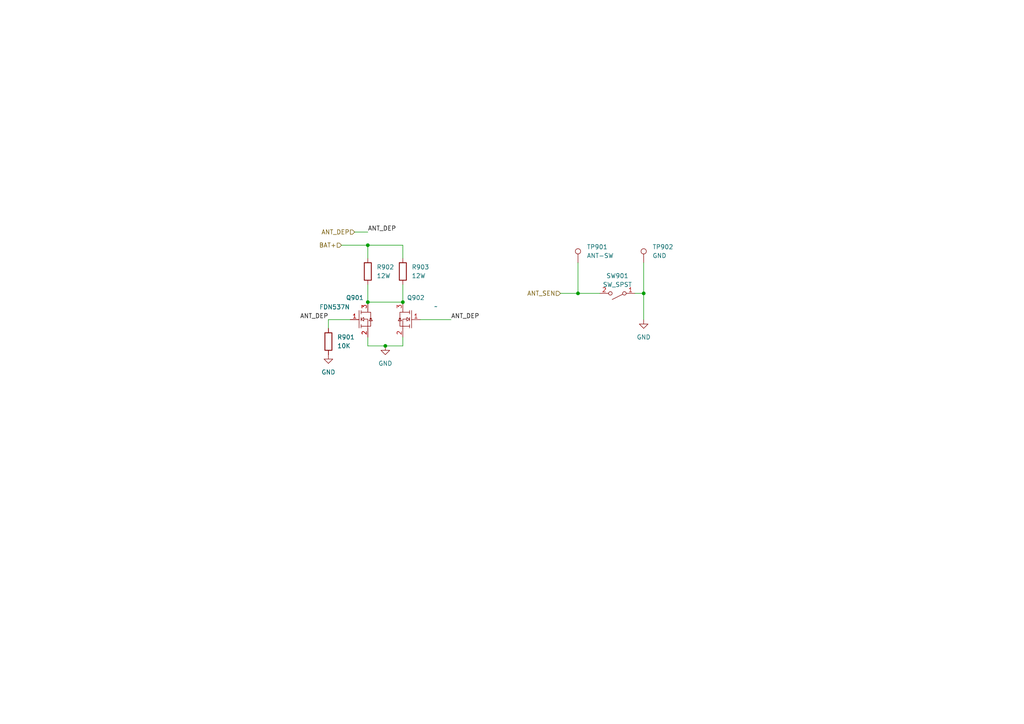
<source format=kicad_sch>
(kicad_sch (version 20211123) (generator eeschema)
  (paper "A4")
  (lib_symbols
    (symbol "Connector:TestPoint" (pin_numbers hide) (pin_names (offset 0.762) hide)
      (property "Reference" "TP" (at 0 6.858 0))
      (property "Value" "TestPoint" (at 0 5.08 0))
      (symbol "TestPoint_0_1"
        (circle (center 0 3.302) (radius 0.762))
      )
      (symbol "TestPoint_1_1"
        (pin passive line (at 0 0 90) (length 2.54) (name "1") (number "1"))
      )
    )
    (symbol "Device:R" (pin_numbers hide) (pin_names (offset 0))
      (property "Reference" "R" (at 2.032 0 90))
      (property "Value" "R" (at 0 0 90))
      (symbol "R_0_1"
        (rectangle (start -1.016 -2.54) (end 1.016 2.54) (stroke (width 0.254)))
      )
      (symbol "R_1_1"
        (pin passive line (at 0 3.81 270) (length 1.27) (name "~") (number "1"))
        (pin passive line (at 0 -3.81 90) (length 1.27) (name "~") (number "2"))
      )
    )
    (symbol "Switch:SW_SPST" (pin_names (offset 0) hide)
      (property "Reference" "SW" (at 0 3.175 0))
      (property "Value" "SW_SPST" (at 0 -2.54 0))
      (symbol "SW_SPST_0_0"
        (circle (center -2.032 0) (radius 0.508))
        (polyline (pts (xy -1.524 0.254) (xy 1.524 1.778)))
        (circle (center 2.032 0) (radius 0.508))
      )
      (symbol "SW_SPST_1_1"
        (pin passive line (at -5.08 0 0) (length 2.54) (name "A") (number "1"))
        (pin passive line (at 5.08 0 180) (length 2.54) (name "B") (number "2"))
      )
    )
    (symbol "lsf-kicad:FDN537N"
      (property "Reference" "Q" (at 3.81 3.81 0))
      (property "Value" "FDN537N" (at 5.08 1.27 0))
      (symbol "FDN537N_0_0"
        (polyline (pts (xy 0.0078 2.6609) (xy 0.0078 -2.4191)))
        (polyline (pts (xy 0.592 -1.4031) (xy 0.592 -2.4191)))
        (polyline (pts (xy 0.592 0.6289) (xy 0.592 -0.3871)))
        (polyline (pts (xy 0.592 2.6609) (xy 0.592 1.6449)))
        (polyline (pts (xy 3.64 0.3749) (xy 3.132 0.3749)))
        (polyline (pts (xy 0.592 -1.9111) (xy 3.386 -1.9111) (xy 3.386 2.1529) (xy 0.592 2.1529)))
        (polyline (pts (xy 0.592 0.1209) (xy 1.3794 -0.3871) (xy 1.3794 0.6289) (xy 0.592 0.1209)) (stroke (width 0.1524)))
        (polyline (pts (xy 3.386 0.4511) (xy 2.878 -0.3363) (xy 3.894 -0.3363) (xy 3.386 0.4511)) (stroke (width 0.1524)))
      )
      (symbol "FDN537N_0_1"
        (polyline (pts (xy 2.54 2.54) (xy 2.54 2.1844)))
        (polyline (pts (xy 2.54 -2.54) (xy 2.54 0.1524) (xy 1.4224 0.1524)))
      )
      (symbol "FDN537N_1_1"
        (pin input line (at -2.54 0 0) (length 2.54) (name "") (number "1"))
        (pin passive line (at 2.54 -5.08 90) (length 2.54) (name "") (number "2"))
        (pin passive line (at 2.54 5.08 270) (length 2.54) (name "") (number "3"))
      )
    )
    (symbol "power:GND" (power) (pin_names (offset 0))
      (property "Value" "GND" (at 0 -3.81 0))
      (symbol "GND_0_1"
        (polyline (pts (xy 0 0) (xy 0 -1.27) (xy 1.27 -1.27) (xy 0 -2.54) (xy -1.27 -1.27) (xy 0 -1.27)))
      )
      (symbol "GND_1_1"
        (pin power_in line (at 0 0 270) (length 0) hide (name "GND") (number "1"))
      )
    )
  )
  (junction (at 167.64 85.09))
  (junction (at 106.68 87.63))
  (junction (at 106.68 71.12))
  (junction (at 186.69 85.09))
  (junction (at 111.76 100.33))
  (junction (at 116.84 87.63))
  (wire (pts (xy 162.56 85.09) (xy 167.64 85.09)))
  (wire (pts (xy 95.25 92.71) (xy 101.6 92.71)))
  (wire (pts (xy 186.69 76.2) (xy 186.69 85.09)))
  (wire (pts (xy 111.76 100.33) (xy 116.84 100.33)))
  (wire (pts (xy 106.68 100.33) (xy 111.76 100.33)))
  (wire (pts (xy 116.84 74.93) (xy 116.84 71.12)))
  (wire (pts (xy 184.15 85.09) (xy 186.69 85.09)))
  (wire (pts (xy 167.64 85.09) (xy 173.99 85.09)))
  (wire (pts (xy 167.64 76.2) (xy 167.64 85.09)))
  (wire (pts (xy 106.68 82.55) (xy 106.68 87.63)))
  (wire (pts (xy 102.87 67.31) (xy 106.68 67.31)))
  (wire (pts (xy 106.68 71.12) (xy 99.06 71.12)))
  (wire (pts (xy 116.84 71.12) (xy 106.68 71.12)))
  (wire (pts (xy 106.68 71.12) (xy 106.68 74.93)))
  (wire (pts (xy 106.68 87.63) (xy 116.84 87.63)))
  (wire (pts (xy 186.69 85.09) (xy 186.69 92.71)))
  (wire (pts (xy 116.84 82.55) (xy 116.84 87.63)))
  (wire (pts (xy 116.84 100.33) (xy 116.84 97.79)))
  (wire (pts (xy 95.25 92.71) (xy 95.25 95.25)))
  (wire (pts (xy 106.68 97.79) (xy 106.68 100.33)))
  (wire (pts (xy 121.92 92.71) (xy 130.81 92.71)))
  (label "ANT_DEP" (at 106.68 67.31 0))
  (label "ANT_DEP" (at 95.25 92.71 180))
  (label "ANT_DEP" (at 130.81 92.71 0))
  (hierarchical_label "ANT_SEN" (shape input) (at 162.56 85.09 180))
  (hierarchical_label "ANT_DEP" (shape input) (at 102.87 67.31 180))
  (hierarchical_label "BAT+" (shape input) (at 99.06 71.12 180))
  (symbol (lib_id "power:GND") (at 111.76 100.33 0) (unit 1)
    (property "Reference" "#PWR0902" (effects hide))
    (property "Value" "GND" (at 111.76 105.41 0))
  )
  (symbol (lib_id "lsf-kicad:FDN537N") (at 119.38 92.71 0) (mirror y) (unit 1)
    (property "Reference" "Q902" (at 123.19 86.36 0) (effects (justify left)))
    (property "Value" "~" (at 127 88.9 0) (effects (justify left)))
    (property "Footprint" "Package_TO_SOT_SMD:SuperSOT-3" (effects hide))
    (property "Datasheet" "https://www.onsemi.com/pub/Collateral/FDN537N-D.pdf" (effects hide))
  )
  (symbol (lib_id "power:GND") (at 186.69 92.71 0) (unit 1)
    (property "Reference" "#PWR0903" (effects hide))
    (property "Value" "GND" (at 186.69 97.79 0))
  )
  (symbol (lib_id "Connector:TestPoint") (at 186.69 76.2 0) (unit 1)
    (property "Reference" "TP902" (at 189.23 71.6279 0) (effects (justify left)))
    (property "Value" "GND" (at 189.23 74.1679 0) (effects (justify left)))
  )
  (symbol (lib_id "Device:R") (at 95.25 99.06 0) (unit 1)
    (property "Reference" "R901" (at 97.79 97.7899 0) (effects (justify left)))
    (property "Value" "10Κ" (at 97.79 100.3299 0) (effects (justify left)))
  )
  (symbol (lib_id "Connector:TestPoint") (at 167.64 76.2 0) (unit 1)
    (property "Reference" "TP901" (at 170.18 71.6279 0) (effects (justify left)))
    (property "Value" "ANT-SW" (at 170.18 74.1679 0) (effects (justify left)))
  )
  (symbol (lib_id "power:GND") (at 95.25 102.87 0) (unit 1)
    (property "Reference" "#PWR0901" (effects hide))
    (property "Value" "GND" (at 95.25 107.95 0))
  )
  (symbol (lib_id "lsf-kicad:FDN537N") (at 104.14 92.71 0) (unit 1)
    (property "Reference" "Q901" (at 100.33 86.36 0) (effects (justify left)))
    (property "Value" "FDN537N" (at 92.6116 89.0519 0) (effects (justify left)))
    (property "Footprint" "Package_TO_SOT_SMD:SuperSOT-3" (effects hide))
    (property "Datasheet" "https://www.onsemi.com/pub/Collateral/FDN537N-D.pdf" (effects hide))
  )
  (symbol (lib_id "Device:R") (at 106.68 78.74 0) (unit 1)
    (property "Reference" "R902" (at 109.22 77.4699 0) (effects (justify left)))
    (property "Value" "12W" (at 109.22 80.0099 0) (effects (justify left)))
  )
  (symbol (lib_id "Device:R") (at 116.84 78.74 0) (unit 1)
    (property "Reference" "R903" (at 119.38 77.4699 0) (effects (justify left)))
    (property "Value" "12W" (at 119.38 80.0099 0) (effects (justify left)))
  )
  (symbol (lib_id "Switch:SW_SPST") (at 179.07 85.09 180) (unit 1)
    (property "Reference" "SW901" (at 179.07 80.01 0))
    (property "Value" "SW_SPST" (at 179.07 82.55 0))
  )
)
</source>
